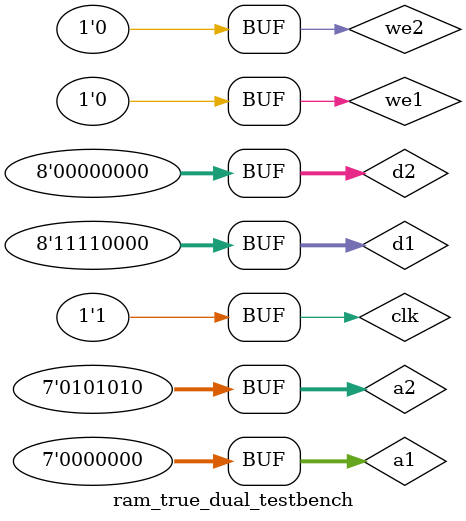
<source format=v>
module ram_true_dual_testbench;

  reg [7:0] d1, d2;
  reg [6:0] a1, a2;
  reg we1, we2, clk;
  wire [7:0] q1, q2;
  
  ram_true_dual dut(q1, q2, d1, d2, a1, a2, we1, we2, clk);

  initial begin
    // Test Operation #1 Write
    d1 = 8'b01010101;
    a1 = 7'b1111111;
    we1 = 1;
    d2 = 8'b11111111;
    a2 = 7'b1010101;
    we2 = 1;
    clk = 0;
    #100;  
    clk = 1;
    #100; 
	 // Test Operation #1 Read
    we1 = 0;
    we2 = 0;
    clk = 0;
    #100; 
    clk = 1;
    #100; 

    if (q1 === 8'b01010101) $display("Read Value d1 Correct");
    else $display("Read Value d1 Incorrect");
    if (q2 === 8'b11111111) $display("Read Value d2 Correct");
    else $display("Read Value d2 Incorrect");

    // Test Operation #2 Write
    d1 = 8'b11110000;
    a1 = 7'b0000000;
    we1 = 1;
    d2 = 8'b00000000;
    a2 = 7'b0101010;
    we2 = 1;
    clk = 0;
    #100; 
    clk = 1;
    #100;
	 // Test Operation #2 Read
    we1 = 0;
    we2 = 0;
    clk = 0;
    #100; 
    clk = 1;
    #100; 

    if (q1 === 8'b11110000) $display("Read Value d1 Correct");
    else $display("Read Value d2 Incorrect");
    if (q2 === 8'b00000000) $display("Read Value d2 Correct");
    else $display("Read Value d2 Incorrect");

  end

endmodule

</source>
